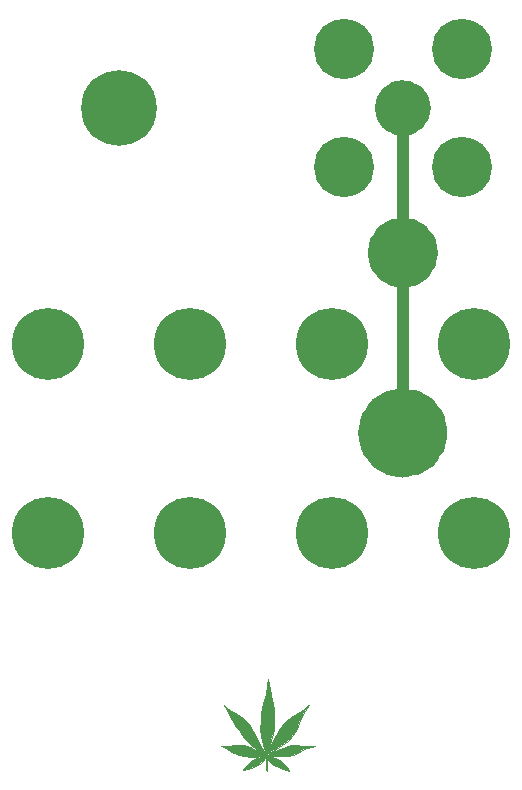
<source format=gbr>
G04 #@! TF.GenerationSoftware,KiCad,Pcbnew,(5.1.5-0)*
G04 #@! TF.CreationDate,2021-01-12T22:26:57-08:00*
G04 #@! TF.ProjectId,feague,66656167-7565-42e6-9b69-6361645f7063,rev?*
G04 #@! TF.SameCoordinates,Original*
G04 #@! TF.FileFunction,Copper,L1,Top*
G04 #@! TF.FilePolarity,Positive*
%FSLAX46Y46*%
G04 Gerber Fmt 4.6, Leading zero omitted, Abs format (unit mm)*
G04 Created by KiCad (PCBNEW (5.1.5-0)) date 2021-01-12 22:26:57*
%MOMM*%
%LPD*%
G04 APERTURE LIST*
%ADD10C,1.000000*%
%ADD11C,4.000000*%
%ADD12C,3.000000*%
%ADD13C,2.500000*%
%ADD14C,0.100000*%
%ADD15C,6.400000*%
%ADD16C,5.100000*%
%ADD17C,6.100000*%
G04 APERTURE END LIST*
D10*
X136750000Y-98750000D02*
X136750000Y-126250000D01*
D11*
X138550000Y-126250000D02*
G75*
G03X138550000Y-126250000I-1800000J0D01*
G01*
D12*
X138250000Y-111000000D02*
G75*
G03X138250000Y-111000000I-1500000J0D01*
G01*
D13*
X137850000Y-98750000D02*
G75*
G03X137850000Y-98750000I-1100000J0D01*
G01*
D14*
G36*
X121846400Y-149524900D02*
G01*
X122163900Y-149766200D01*
X122729050Y-150083700D01*
X123325950Y-150515500D01*
X123700600Y-150896500D01*
X124100650Y-151461650D01*
X124697550Y-152642750D01*
X124996000Y-153207900D01*
X125008700Y-153220600D01*
X124678500Y-153246000D01*
X124576900Y-153195200D01*
X124221300Y-152947550D01*
X123814900Y-152579250D01*
X123484700Y-152230000D01*
X123129100Y-151798200D01*
X122849700Y-151379100D01*
X122659200Y-151125100D01*
X122405200Y-150667900D01*
X122151200Y-150299600D01*
X121909900Y-149880500D01*
X121630500Y-149321700D01*
X121846400Y-149524900D01*
G37*
X121846400Y-149524900D02*
X122163900Y-149766200D01*
X122729050Y-150083700D01*
X123325950Y-150515500D01*
X123700600Y-150896500D01*
X124100650Y-151461650D01*
X124697550Y-152642750D01*
X124996000Y-153207900D01*
X125008700Y-153220600D01*
X124678500Y-153246000D01*
X124576900Y-153195200D01*
X124221300Y-152947550D01*
X123814900Y-152579250D01*
X123484700Y-152230000D01*
X123129100Y-151798200D01*
X122849700Y-151379100D01*
X122659200Y-151125100D01*
X122405200Y-150667900D01*
X122151200Y-150299600D01*
X121909900Y-149880500D01*
X121630500Y-149321700D01*
X121846400Y-149524900D01*
G36*
X123252925Y-152703075D02*
G01*
X123589475Y-152798325D01*
X123853000Y-152890400D01*
X124551500Y-153296800D01*
X124581980Y-153324740D01*
X124589600Y-153309500D01*
X124589600Y-153322200D01*
X124581980Y-153324740D01*
X124500700Y-153487300D01*
X124894400Y-153627000D01*
X124684850Y-153652400D01*
X124291150Y-153677800D01*
X123814900Y-153677800D01*
X123370400Y-153614300D01*
X122887800Y-153500000D01*
X122494100Y-153385700D01*
X122087700Y-153157100D01*
X121770200Y-152928500D01*
X121363800Y-152801500D01*
X122011500Y-152750700D01*
X122544900Y-152712600D01*
X123008450Y-152706250D01*
X123252925Y-152703075D01*
G37*
X123252925Y-152703075D02*
X123589475Y-152798325D01*
X123853000Y-152890400D01*
X124551500Y-153296800D01*
X124581980Y-153324740D01*
X124589600Y-153309500D01*
X124589600Y-153322200D01*
X124581980Y-153324740D01*
X124500700Y-153487300D01*
X124894400Y-153627000D01*
X124684850Y-153652400D01*
X124291150Y-153677800D01*
X123814900Y-153677800D01*
X123370400Y-153614300D01*
X122887800Y-153500000D01*
X122494100Y-153385700D01*
X122087700Y-153157100D01*
X121770200Y-152928500D01*
X121363800Y-152801500D01*
X122011500Y-152750700D01*
X122544900Y-152712600D01*
X123008450Y-152706250D01*
X123252925Y-152703075D01*
G36*
X125116650Y-153766700D02*
G01*
X124748350Y-154198500D01*
X124310200Y-154471550D01*
X123929200Y-154611250D01*
X123179900Y-154776350D01*
X123662500Y-154249300D01*
X124056200Y-153982600D01*
X124424500Y-153779400D01*
X124894400Y-153703200D01*
X124919800Y-153703200D01*
X125116650Y-153766700D01*
G37*
X125116650Y-153766700D02*
X124748350Y-154198500D01*
X124310200Y-154471550D01*
X123929200Y-154611250D01*
X123179900Y-154776350D01*
X123662500Y-154249300D01*
X124056200Y-153982600D01*
X124424500Y-153779400D01*
X124894400Y-153703200D01*
X124919800Y-153703200D01*
X125116650Y-153766700D01*
G36*
X125250000Y-153284100D02*
G01*
X125038862Y-153477775D01*
X125257937Y-153573025D01*
X126008825Y-154115950D01*
X125827850Y-154211200D01*
X125250000Y-153754000D01*
X125262700Y-154846200D01*
X125148400Y-154706500D01*
X125142050Y-153817500D01*
X125186500Y-153817500D01*
X124805500Y-153601600D01*
X124519750Y-153449200D01*
X124684850Y-153169800D01*
X125250000Y-153284100D01*
G37*
X125250000Y-153284100D02*
X125038862Y-153477775D01*
X125257937Y-153573025D01*
X126008825Y-154115950D01*
X125827850Y-154211200D01*
X125250000Y-153754000D01*
X125262700Y-154846200D01*
X125148400Y-154706500D01*
X125142050Y-153817500D01*
X125186500Y-153817500D01*
X124805500Y-153601600D01*
X124519750Y-153449200D01*
X124684850Y-153169800D01*
X125250000Y-153284100D01*
G36*
X125891350Y-153741300D02*
G01*
X126443800Y-154020700D01*
X126770825Y-154347725D01*
X126905763Y-154577913D01*
X127137538Y-154847788D01*
X126831150Y-154763650D01*
X126577150Y-154687450D01*
X126399350Y-154623950D01*
X126024700Y-154490600D01*
X125665925Y-154296925D01*
X125405575Y-154011175D01*
X125281750Y-153849250D01*
X125345250Y-153887350D01*
X125319850Y-153823850D01*
X125383350Y-153652400D01*
X125891350Y-153741300D01*
G37*
X125891350Y-153741300D02*
X126443800Y-154020700D01*
X126770825Y-154347725D01*
X126905763Y-154577913D01*
X127137538Y-154847788D01*
X126831150Y-154763650D01*
X126577150Y-154687450D01*
X126399350Y-154623950D01*
X126024700Y-154490600D01*
X125665925Y-154296925D01*
X125405575Y-154011175D01*
X125281750Y-153849250D01*
X125345250Y-153887350D01*
X125319850Y-153823850D01*
X125383350Y-153652400D01*
X125891350Y-153741300D01*
G36*
X128323400Y-152738000D02*
G01*
X128755200Y-152763400D01*
X129333207Y-152773943D01*
X128653600Y-152928500D01*
X128221800Y-153119000D01*
X127878900Y-153334900D01*
X127459800Y-153500000D01*
X126926400Y-153588900D01*
X126481900Y-153614300D01*
X125904050Y-153595250D01*
X125326200Y-153576200D01*
X125262700Y-153500000D01*
X125478600Y-153436500D01*
X125485585Y-153385700D01*
X125801815Y-153258700D01*
X126335850Y-153030100D01*
X126888300Y-152826900D01*
X127282000Y-152712600D01*
X127726500Y-152712600D01*
X128323400Y-152738000D01*
G37*
X128323400Y-152738000D02*
X128755200Y-152763400D01*
X129333207Y-152773943D01*
X128653600Y-152928500D01*
X128221800Y-153119000D01*
X127878900Y-153334900D01*
X127459800Y-153500000D01*
X126926400Y-153588900D01*
X126481900Y-153614300D01*
X125904050Y-153595250D01*
X125326200Y-153576200D01*
X125262700Y-153500000D01*
X125478600Y-153436500D01*
X125485585Y-153385700D01*
X125801815Y-153258700D01*
X126335850Y-153030100D01*
X126888300Y-152826900D01*
X127282000Y-152712600D01*
X127726500Y-152712600D01*
X128323400Y-152738000D01*
G36*
X128310700Y-150083700D02*
G01*
X128069400Y-150579000D01*
X127866200Y-151036200D01*
X127605850Y-151556900D01*
X127332800Y-151912500D01*
X127021650Y-152325250D01*
X126551750Y-152718950D01*
X126050100Y-153055500D01*
X124945200Y-153652400D01*
X124970600Y-153322200D01*
X125275400Y-153271400D01*
X125523050Y-152833250D01*
X125738950Y-152369700D01*
X125904050Y-152039500D01*
X126088200Y-151747400D01*
X126253300Y-151429900D01*
X126532700Y-151074300D01*
X126812100Y-150756800D01*
X127142300Y-150464700D01*
X127485200Y-150236100D01*
X127866200Y-149982100D01*
X128259900Y-149715400D01*
X128793300Y-149321700D01*
X128310700Y-150083700D01*
G37*
X128310700Y-150083700D02*
X128069400Y-150579000D01*
X127866200Y-151036200D01*
X127605850Y-151556900D01*
X127332800Y-151912500D01*
X127021650Y-152325250D01*
X126551750Y-152718950D01*
X126050100Y-153055500D01*
X124945200Y-153652400D01*
X124970600Y-153322200D01*
X125275400Y-153271400D01*
X125523050Y-152833250D01*
X125738950Y-152369700D01*
X125904050Y-152039500D01*
X126088200Y-151747400D01*
X126253300Y-151429900D01*
X126532700Y-151074300D01*
X126812100Y-150756800D01*
X127142300Y-150464700D01*
X127485200Y-150236100D01*
X127866200Y-149982100D01*
X128259900Y-149715400D01*
X128793300Y-149321700D01*
X128310700Y-150083700D01*
G36*
X125465900Y-147950100D02*
G01*
X125567500Y-148432700D01*
X125681800Y-148889900D01*
X125764350Y-149220100D01*
X125827850Y-149601100D01*
X125872300Y-150121800D01*
X125872300Y-150655200D01*
X125821500Y-151239400D01*
X125758000Y-151760100D01*
X125615125Y-152255400D01*
X125316675Y-153271400D01*
X125103950Y-153220600D01*
X124869000Y-152306200D01*
X124695962Y-151442600D01*
X124711837Y-150655200D01*
X124764225Y-149994800D01*
X124926150Y-149220100D01*
X125161100Y-148407300D01*
X125288100Y-147632600D01*
X125351600Y-147111900D01*
X125465900Y-147950100D01*
G37*
X125465900Y-147950100D02*
X125567500Y-148432700D01*
X125681800Y-148889900D01*
X125764350Y-149220100D01*
X125827850Y-149601100D01*
X125872300Y-150121800D01*
X125872300Y-150655200D01*
X125821500Y-151239400D01*
X125758000Y-151760100D01*
X125615125Y-152255400D01*
X125316675Y-153271400D01*
X125103950Y-153220600D01*
X124869000Y-152306200D01*
X124695962Y-151442600D01*
X124711837Y-150655200D01*
X124764225Y-149994800D01*
X124926150Y-149220100D01*
X125161100Y-148407300D01*
X125288100Y-147632600D01*
X125351600Y-147111900D01*
X125465900Y-147950100D01*
D15*
X112750000Y-98750000D03*
D16*
X131750000Y-103750000D03*
X141750000Y-93750000D03*
X131750000Y-93750000D03*
X141750000Y-103750000D03*
D17*
X142750000Y-134750000D03*
X130750000Y-134750000D03*
X118750000Y-134750000D03*
X106750000Y-134750000D03*
X106750000Y-118750000D03*
X118750000Y-118750000D03*
X142750000Y-118750000D03*
X130750000Y-118750000D03*
M02*

</source>
